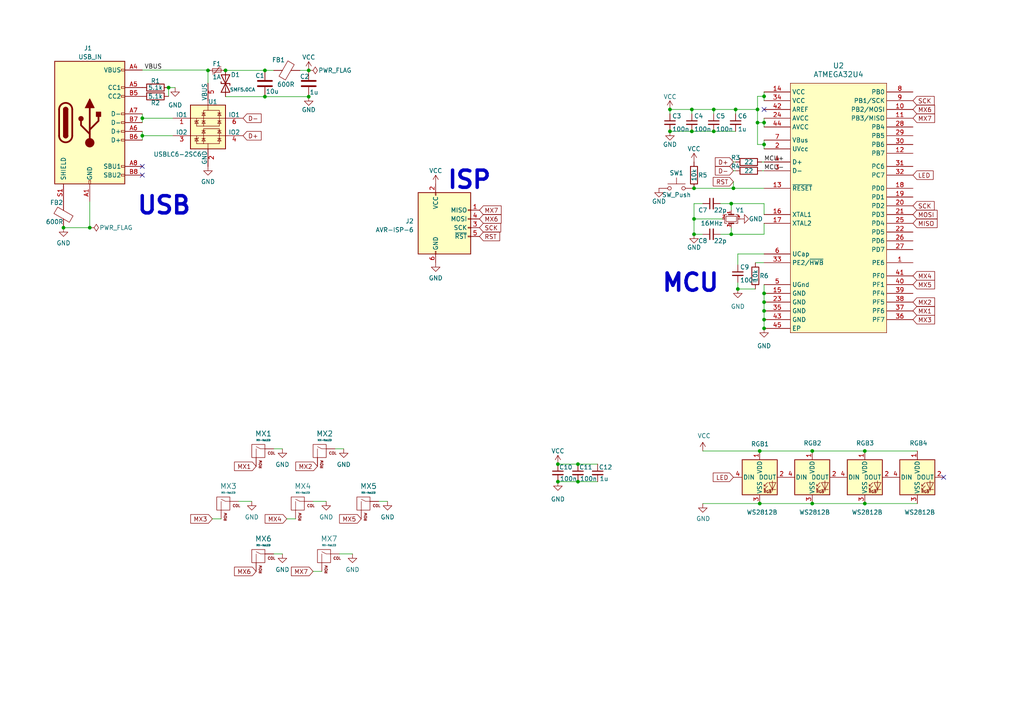
<source format=kicad_sch>
(kicad_sch (version 20211123) (generator eeschema)
  (paper "A4")
  (lib_symbols
    (symbol "0xcb:ATMEGA32U4"
      (property "Reference" "U" (at -17.78 30.48 0))
      (property "Value" "ATMEGA32U4" (at -5.08 30.48 0))
      (symbol "ATMEGA32U4_0_1"
        (rectangle (start 8.89 29.21) (end -19.05 -43.18) (fill (type background)))
      )
      (symbol "ATMEGA32U4_1_1"
        (pin bidirectional line (at 16.51 -22.86 180) (length 7.62) (name "PE6") (number "1"))
        (pin bidirectional line (at 16.51 21.59 180) (length 7.62) (name "PB2/MOSI") (number "10"))
        (pin bidirectional line (at 16.51 19.05 180) (length 7.62) (name "PB3/MISO") (number "11"))
        (pin bidirectional line (at 16.51 8.89 180) (length 7.62) (name "PB7") (number "12"))
        (pin input line (at -26.67 -1.27 0) (length 7.62) (name "~{RESET}") (number "13"))
        (pin power_in line (at -26.67 26.67 0) (length 7.62) (name "VCC") (number "14"))
        (pin power_in line (at -26.67 -31.75 0) (length 7.62) (name "GND") (number "15"))
        (pin input line (at -26.67 -8.89 0) (length 7.62) (name "XTAL1") (number "16"))
        (pin output line (at -26.67 -11.43 0) (length 7.62) (name "XTAL2") (number "17"))
        (pin bidirectional line (at 16.51 -1.27 180) (length 7.62) (name "PD0") (number "18"))
        (pin bidirectional line (at 16.51 -3.81 180) (length 7.62) (name "PD1") (number "19"))
        (pin power_in line (at -26.67 10.16 0) (length 7.62) (name "UVcc") (number "2"))
        (pin bidirectional line (at 16.51 -6.35 180) (length 7.62) (name "PD2") (number "20"))
        (pin bidirectional line (at 16.51 -8.89 180) (length 7.62) (name "PD3") (number "21"))
        (pin bidirectional line (at 16.51 -13.97 180) (length 7.62) (name "PD5") (number "22"))
        (pin power_in line (at -26.67 -34.29 0) (length 7.62) (name "GND") (number "23"))
        (pin power_in line (at -26.67 19.05 0) (length 7.62) (name "AVCC") (number "24"))
        (pin bidirectional line (at 16.51 -11.43 180) (length 7.62) (name "PD4") (number "25"))
        (pin bidirectional line (at 16.51 -16.51 180) (length 7.62) (name "PD6") (number "26"))
        (pin bidirectional line (at 16.51 -19.05 180) (length 7.62) (name "PD7") (number "27"))
        (pin bidirectional line (at 16.51 16.51 180) (length 7.62) (name "PB4") (number "28"))
        (pin bidirectional line (at 16.51 13.97 180) (length 7.62) (name "PB5") (number "29"))
        (pin bidirectional line (at -26.67 3.81 0) (length 7.62) (name "D-") (number "3"))
        (pin bidirectional line (at 16.51 11.43 180) (length 7.62) (name "PB6") (number "30"))
        (pin bidirectional line (at 16.51 5.08 180) (length 7.62) (name "PC6") (number "31"))
        (pin bidirectional line (at 16.51 2.54 180) (length 7.62) (name "PC7") (number "32"))
        (pin bidirectional line (at -26.67 -22.86 0) (length 7.62) (name "PE2/~{HWB}") (number "33"))
        (pin power_in line (at -26.67 24.13 0) (length 7.62) (name "VCC") (number "34"))
        (pin power_in line (at -26.67 -36.83 0) (length 7.62) (name "GND") (number "35"))
        (pin bidirectional line (at 16.51 -39.37 180) (length 7.62) (name "PF7") (number "36"))
        (pin bidirectional line (at 16.51 -36.83 180) (length 7.62) (name "PF6") (number "37"))
        (pin bidirectional line (at 16.51 -34.29 180) (length 7.62) (name "PF5") (number "38"))
        (pin bidirectional line (at 16.51 -31.75 180) (length 7.62) (name "PF4") (number "39"))
        (pin bidirectional line (at -26.67 6.35 0) (length 7.62) (name "D+") (number "4"))
        (pin bidirectional line (at 16.51 -29.21 180) (length 7.62) (name "PF1") (number "40"))
        (pin bidirectional line (at 16.51 -26.67 180) (length 7.62) (name "PF0") (number "41"))
        (pin input line (at -26.67 21.59 0) (length 7.62) (name "AREF") (number "42"))
        (pin power_in line (at -26.67 -39.37 0) (length 7.62) (name "GND") (number "43"))
        (pin power_in line (at -26.67 16.51 0) (length 7.62) (name "AVCC") (number "44"))
        (pin power_in line (at -26.67 -41.91 0) (length 7.62) (name "EP") (number "45"))
        (pin power_in line (at -26.67 -29.21 0) (length 7.62) (name "UGnd") (number "5"))
        (pin input line (at -26.67 -20.32 0) (length 7.62) (name "UCap") (number "6"))
        (pin input line (at -26.67 12.7 0) (length 7.62) (name "VBus") (number "7"))
        (pin bidirectional line (at 16.51 26.67 180) (length 7.62) (name "PB0") (number "8"))
        (pin bidirectional line (at 16.51 24.13 180) (length 7.62) (name "PB1/SCK") (number "9"))
      )
    )
    (symbol "0xcb:Ferrite_Bead" (pin_numbers hide) (pin_names (offset 0))
      (property "Reference" "FB" (at -2.54 1.27 0))
      (property "Value" "Ferrite_Bead" (at 0 3.81 0))
      (symbol "Ferrite_Bead_0_1"
        (polyline (pts (xy -1.27 0) (xy -1.2192 0)))
        (polyline (pts (xy 1.27 0) (xy 1.2954 0)))
        (polyline (pts (xy 0.4064 2.7686) (xy 2.2606 1.7018) (xy -0.3048 -2.7686) (xy -2.159 -1.6764) (xy 0.4064 2.7686)))
      )
      (symbol "Ferrite_Bead_1_1"
        (pin power_out line (at 3.81 0 180) (length 2.54) (name "~") (number "1"))
        (pin passive line (at -3.81 0 0) (length 2.54) (name "~") (number "2"))
      )
    )
    (symbol "0xcb:USBLC6-2SC6" (pin_names (offset 0))
      (property "Reference" "U" (at -7.62 8.89 0))
      (property "Value" "USBLC6-2SC6" (at 7.62 7.62 0))
      (symbol "USBLC6-2SC6_0_1"
        (rectangle (start -5.08 -6.35) (end 5.08 6.35) (stroke (width 0.254)) (fill (type background)))
        (polyline (pts (xy -5.08 -2.54) (xy 5.08 -2.54)))
        (polyline (pts (xy 5.08 2.54) (xy -5.08 2.54)))
      )
      (symbol "USBLC6-2SC6_1_1"
        (polyline (pts (xy 0 4.826) (xy 0 7.62)))
        (polyline (pts (xy -3.302 -4.826) (xy -1.27 -4.826) (xy -1.27 -4.826)))
        (polyline (pts (xy -3.302 -3.302) (xy -3.302 -2.54) (xy -3.302 -2.54)))
        (polyline (pts (xy -3.302 0.254) (xy -3.302 1.778) (xy -3.302 1.016)))
        (polyline (pts (xy -3.302 0.254) (xy -1.27 0.254) (xy -1.27 0.254)))
        (polyline (pts (xy -3.302 1.778) (xy -3.302 2.54) (xy -3.302 2.54)))
        (polyline (pts (xy -1.778 -3.302) (xy -1.27 -3.302) (xy -0.762 -3.302)))
        (polyline (pts (xy -1.778 -1.016) (xy -1.27 -1.016) (xy -0.762 -1.016)))
        (polyline (pts (xy -1.778 1.778) (xy -1.27 1.778) (xy -0.762 1.778)))
        (polyline (pts (xy -1.778 4.064) (xy -1.27 4.064) (xy -0.762 4.064)))
        (polyline (pts (xy -1.27 -4.826) (xy -1.27 -3.302) (xy -1.27 -4.064)))
        (polyline (pts (xy -1.27 -4.826) (xy 3.302 -4.826) (xy 3.302 -4.826)))
        (polyline (pts (xy -1.27 -1.016) (xy -1.27 -0.508) (xy -1.27 -0.508)))
        (polyline (pts (xy -1.27 -0.508) (xy 3.302 -0.508) (xy 3.302 -0.508)))
        (polyline (pts (xy -1.27 0.254) (xy -1.27 1.778) (xy -1.27 1.016)))
        (polyline (pts (xy -1.27 0.254) (xy 3.302 0.254) (xy 3.302 0.254)))
        (polyline (pts (xy 0 -6.35) (xy 0 -4.826) (xy 0 -4.826)))
        (polyline (pts (xy 2.794 -3.302) (xy 3.302 -3.302) (xy 3.81 -3.302)))
        (polyline (pts (xy 2.794 -1.016) (xy 3.302 -1.016) (xy 3.81 -1.016)))
        (polyline (pts (xy 2.794 1.778) (xy 3.302 1.778) (xy 3.81 1.778)))
        (polyline (pts (xy 2.794 4.064) (xy 3.302 4.064) (xy 3.81 4.064)))
        (polyline (pts (xy 3.302 -1.016) (xy 3.302 -0.508) (xy 3.302 -0.508)))
        (polyline (pts (xy -3.302 -4.826) (xy -3.302 -3.302) (xy -3.302 -4.064) (xy -3.302 -4.064)))
        (polyline (pts (xy 3.302 -4.826) (xy 3.302 -3.302) (xy 3.302 -4.064) (xy 3.302 -4.064)))
        (polyline (pts (xy 3.302 0.254) (xy 3.302 1.778) (xy 3.302 1.016) (xy 3.302 1.016)))
        (polyline (pts (xy -3.302 -3.302) (xy -3.81 -4.064) (xy -2.794 -4.064) (xy -3.302 -3.302) (xy -3.302 -3.302)))
        (polyline (pts (xy -3.302 1.778) (xy -3.81 1.016) (xy -2.794 1.016) (xy -3.302 1.778) (xy -3.302 1.778)))
        (polyline (pts (xy -2.794 -3.048) (xy -2.794 -3.302) (xy -3.81 -3.302) (xy -3.81 -3.556) (xy -3.81 -3.556)))
        (polyline (pts (xy -2.794 2.032) (xy -2.794 1.778) (xy -3.81 1.778) (xy -3.81 1.524) (xy -3.81 1.524)))
        (polyline (pts (xy -1.27 -3.302) (xy -1.778 -4.064) (xy -0.762 -4.064) (xy -1.27 -3.302) (xy -1.27 -3.302)))
        (polyline (pts (xy -1.27 -3.302) (xy -1.27 -1.016) (xy -1.27 -1.778) (xy -1.27 -1.778) (xy -1.27 -1.778)))
        (polyline (pts (xy -1.27 -1.016) (xy -1.778 -1.778) (xy -0.762 -1.778) (xy -1.27 -1.016) (xy -1.27 -1.016)))
        (polyline (pts (xy -1.27 1.778) (xy -1.778 1.016) (xy -0.762 1.016) (xy -1.27 1.778) (xy -1.27 1.778)))
        (polyline (pts (xy -1.27 1.778) (xy -1.27 4.064) (xy -1.27 3.302) (xy -1.27 3.302) (xy -1.27 3.302)))
        (polyline (pts (xy -1.27 4.064) (xy -1.778 3.302) (xy -0.762 3.302) (xy -1.27 4.064) (xy -1.27 4.064)))
        (polyline (pts (xy -1.27 4.064) (xy -1.27 4.826) (xy 3.302 4.826) (xy 3.302 4.064) (xy 3.302 4.064)))
        (polyline (pts (xy 3.302 -3.302) (xy 2.794 -4.064) (xy 3.81 -4.064) (xy 3.302 -3.302) (xy 3.302 -3.302)))
        (polyline (pts (xy 3.302 -3.302) (xy 3.302 -1.016) (xy 3.302 -1.778) (xy 3.302 -1.778) (xy 3.302 -1.778)))
        (polyline (pts (xy 3.302 -1.016) (xy 2.794 -1.778) (xy 3.81 -1.778) (xy 3.302 -1.016) (xy 3.302 -1.016)))
        (polyline (pts (xy 3.302 1.778) (xy 2.794 1.016) (xy 3.81 1.016) (xy 3.302 1.778) (xy 3.302 1.778)))
        (polyline (pts (xy 3.302 1.778) (xy 3.302 4.064) (xy 3.302 3.302) (xy 3.302 3.302) (xy 3.302 3.302)))
        (polyline (pts (xy 3.302 4.064) (xy 2.794 3.302) (xy 3.81 3.302) (xy 3.302 4.064) (xy 3.302 4.064)))
        (pin passive line (at -10.16 2.54 0) (length 5.08) (name "IO1") (number "1"))
        (pin passive line (at 0 -11.43 90) (length 5.08) (name "GND") (number "2"))
        (pin passive line (at -10.16 -2.54 0) (length 5.08) (name "IO2") (number "3"))
        (pin passive line (at 10.16 -2.54 180) (length 5.08) (name "IO2") (number "4"))
        (pin passive line (at 0 12.7 270) (length 5.08) (name "VBUS") (number "5"))
        (pin passive line (at 10.16 2.54 180) (length 5.08) (name "IO1") (number "6"))
      )
    )
    (symbol "Connector:AVR-ISP-6" (pin_names (offset 1.016))
      (property "Reference" "J" (at -6.35 11.43 0))
      (property "Value" "AVR-ISP-6" (at 0 11.43 0))
      (symbol "AVR-ISP-6_0_1"
        (rectangle (start -2.667 -6.858) (end -2.413 -7.62))
        (rectangle (start -2.667 10.16) (end -2.413 9.398))
        (rectangle (start 7.62 -2.413) (end 6.858 -2.667))
        (rectangle (start 7.62 0.127) (end 6.858 -0.127))
        (rectangle (start 7.62 2.667) (end 6.858 2.413))
        (rectangle (start 7.62 5.207) (end 6.858 4.953))
        (rectangle (start 7.62 10.16) (end -7.62 -7.62) (stroke (width 0.254)) (fill (type background)))
      )
      (symbol "AVR-ISP-6_1_1"
        (pin passive line (at 10.16 5.08 180) (length 2.54) (name "MISO") (number "1"))
        (pin passive line (at -2.54 12.7 270) (length 2.54) (name "VCC") (number "2"))
        (pin passive line (at 10.16 0 180) (length 2.54) (name "SCK") (number "3"))
        (pin passive line (at 10.16 2.54 180) (length 2.54) (name "MOSI") (number "4"))
        (pin passive line (at 10.16 -2.54 180) (length 2.54) (name "~{RST}") (number "5"))
        (pin passive line (at -2.54 -10.16 90) (length 2.54) (name "GND") (number "6"))
      )
    )
    (symbol "Connector:USB_C_Receptacle_USB2.0" (pin_names (offset 1.016))
      (property "Reference" "J" (at -10.16 19.05 0))
      (property "Value" "USB_C_Receptacle_USB2.0" (at 19.05 19.05 0))
      (symbol "USB_C_Receptacle_USB2.0_0_0"
        (rectangle (start -0.254 -17.78) (end 0.254 -16.764))
        (rectangle (start 10.16 -14.986) (end 9.144 -15.494))
        (rectangle (start 10.16 -12.446) (end 9.144 -12.954))
        (rectangle (start 10.16 -4.826) (end 9.144 -5.334))
        (rectangle (start 10.16 -2.286) (end 9.144 -2.794))
        (rectangle (start 10.16 0.254) (end 9.144 -0.254))
        (rectangle (start 10.16 2.794) (end 9.144 2.286))
        (rectangle (start 10.16 7.874) (end 9.144 7.366))
        (rectangle (start 10.16 10.414) (end 9.144 9.906))
        (rectangle (start 10.16 15.494) (end 9.144 14.986))
      )
      (symbol "USB_C_Receptacle_USB2.0_0_1"
        (rectangle (start -10.16 17.78) (end 10.16 -17.78) (stroke (width 0.254)) (fill (type background)))
        (arc (start -8.89 -3.81) (mid -6.985 -5.715) (end -5.08 -3.81) (stroke (width 0.508)))
        (arc (start -7.62 -3.81) (mid -6.985 -4.445) (end -6.35 -3.81) (stroke (width 0.254)))
        (arc (start -7.62 -3.81) (mid -6.985 -4.445) (end -6.35 -3.81) (stroke (width 0.254)) (fill (type outline)))
        (rectangle (start -7.62 -3.81) (end -6.35 3.81) (stroke (width 0.254)) (fill (type outline)))
        (arc (start -6.35 3.81) (mid -6.985 4.445) (end -7.62 3.81) (stroke (width 0.254)))
        (arc (start -6.35 3.81) (mid -6.985 4.445) (end -7.62 3.81) (stroke (width 0.254)) (fill (type outline)))
        (arc (start -5.08 3.81) (mid -6.985 5.715) (end -8.89 3.81) (stroke (width 0.508)))
        (circle (center -2.54 1.143) (radius 0.635) (stroke (width 0.254)) (fill (type outline)))
        (circle (center 0 -5.842) (radius 1.27) (fill (type outline)))
        (polyline (pts (xy -8.89 -3.81) (xy -8.89 3.81)) (stroke (width 0.508)))
        (polyline (pts (xy -5.08 3.81) (xy -5.08 -3.81)) (stroke (width 0.508)))
        (polyline (pts (xy 0 -5.842) (xy 0 4.318)) (stroke (width 0.508)))
        (polyline (pts (xy 0 -3.302) (xy -2.54 -0.762) (xy -2.54 0.508)) (stroke (width 0.508)))
        (polyline (pts (xy 0 -2.032) (xy 2.54 0.508) (xy 2.54 1.778)) (stroke (width 0.508)))
        (polyline (pts (xy -1.27 4.318) (xy 0 6.858) (xy 1.27 4.318) (xy -1.27 4.318)) (stroke (width 0.254)) (fill (type outline)))
        (rectangle (start 1.905 1.778) (end 3.175 3.048) (stroke (width 0.254)) (fill (type outline)))
      )
      (symbol "USB_C_Receptacle_USB2.0_1_1"
        (pin passive line (at 0 -22.86 90) (length 5.08) (name "GND") (number "A1"))
        (pin passive line (at 0 -22.86 90) (length 5.08) hide (name "GND") (number "A12"))
        (pin passive line (at 15.24 15.24 180) (length 5.08) (name "VBUS") (number "A4"))
        (pin bidirectional line (at 15.24 10.16 180) (length 5.08) (name "CC1") (number "A5"))
        (pin bidirectional line (at 15.24 -2.54 180) (length 5.08) (name "D+") (number "A6"))
        (pin bidirectional line (at 15.24 2.54 180) (length 5.08) (name "D-") (number "A7"))
        (pin bidirectional line (at 15.24 -12.7 180) (length 5.08) (name "SBU1") (number "A8"))
        (pin passive line (at 15.24 15.24 180) (length 5.08) hide (name "VBUS") (number "A9"))
        (pin passive line (at 0 -22.86 90) (length 5.08) hide (name "GND") (number "B1"))
        (pin passive line (at 0 -22.86 90) (length 5.08) hide (name "GND") (number "B12"))
        (pin passive line (at 15.24 15.24 180) (length 5.08) hide (name "VBUS") (number "B4"))
        (pin bidirectional line (at 15.24 7.62 180) (length 5.08) (name "CC2") (number "B5"))
        (pin bidirectional line (at 15.24 -5.08 180) (length 5.08) (name "D+") (number "B6"))
        (pin bidirectional line (at 15.24 0 180) (length 5.08) (name "D-") (number "B7"))
        (pin bidirectional line (at 15.24 -15.24 180) (length 5.08) (name "SBU2") (number "B8"))
        (pin passive line (at 15.24 15.24 180) (length 5.08) hide (name "VBUS") (number "B9"))
        (pin passive line (at -7.62 -22.86 90) (length 5.08) (name "SHIELD") (number "S1"))
      )
    )
    (symbol "Device:C" (pin_numbers hide) (pin_names (offset 0.254))
      (property "Reference" "C" (at 0.635 2.54 0))
      (property "Value" "C" (at 0.635 -2.54 0))
      (symbol "C_0_1"
        (polyline (pts (xy -2.032 -0.762) (xy 2.032 -0.762)) (stroke (width 0.508)))
        (polyline (pts (xy -2.032 0.762) (xy 2.032 0.762)) (stroke (width 0.508)))
      )
      (symbol "C_1_1"
        (pin passive line (at 0 3.81 270) (length 2.794) (name "~") (number "1"))
        (pin passive line (at 0 -3.81 90) (length 2.794) (name "~") (number "2"))
      )
    )
    (symbol "Device:C_Small" (pin_numbers hide) (pin_names (offset 0.254) hide)
      (property "Reference" "C" (at 0.254 1.778 0))
      (property "Value" "C_Small" (at 0.254 -2.032 0))
      (symbol "C_Small_0_1"
        (polyline (pts (xy -1.524 -0.508) (xy 1.524 -0.508)) (stroke (width 0.3302)))
        (polyline (pts (xy -1.524 0.508) (xy 1.524 0.508)) (stroke (width 0.3048)))
      )
      (symbol "C_Small_1_1"
        (pin passive line (at 0 2.54 270) (length 2.032) (name "~") (number "1"))
        (pin passive line (at 0 -2.54 90) (length 2.032) (name "~") (number "2"))
      )
    )
    (symbol "Device:Crystal_GND24_Small" (pin_names (offset 1.016) hide)
      (property "Reference" "Y" (at 1.27 4.445 0))
      (property "Value" "Crystal_GND24_Small" (at 1.27 2.54 0))
      (symbol "Crystal_GND24_Small_0_1"
        (rectangle (start -0.762 -1.524) (end 0.762 1.524))
        (polyline (pts (xy -1.27 -0.762) (xy -1.27 0.762)) (stroke (width 0.381)))
        (polyline (pts (xy 1.27 -0.762) (xy 1.27 0.762)) (stroke (width 0.381)))
        (polyline (pts (xy -1.27 -1.27) (xy -1.27 -1.905) (xy 1.27 -1.905) (xy 1.27 -1.27)))
        (polyline (pts (xy -1.27 1.27) (xy -1.27 1.905) (xy 1.27 1.905) (xy 1.27 1.27)))
      )
      (symbol "Crystal_GND24_Small_1_1"
        (pin passive line (at -2.54 0 0) (length 1.27) (name "1") (number "1"))
        (pin passive line (at 0 -2.54 90) (length 0.635) (name "2") (number "2"))
        (pin passive line (at 2.54 0 180) (length 1.27) (name "3") (number "3"))
        (pin passive line (at 0 2.54 270) (length 0.635) (name "4") (number "4"))
      )
    )
    (symbol "Device:D_TVS" (pin_numbers hide) (pin_names (offset 1.016) hide)
      (property "Reference" "D" (at 0 2.54 0))
      (property "Value" "D_TVS" (at 0 -2.54 0))
      (symbol "D_TVS_0_1"
        (polyline (pts (xy 1.27 0) (xy -1.27 0)))
        (polyline (pts (xy 0.508 1.27) (xy 0 1.27) (xy 0 -1.27) (xy -0.508 -1.27)) (stroke (width 0.254)))
        (polyline (pts (xy -2.54 1.27) (xy -2.54 -1.27) (xy 2.54 1.27) (xy 2.54 -1.27) (xy -2.54 1.27)) (stroke (width 0.254)))
      )
      (symbol "D_TVS_1_1"
        (pin passive line (at -3.81 0 0) (length 2.54) (name "A1") (number "1"))
        (pin passive line (at 3.81 0 180) (length 2.54) (name "A2") (number "2"))
      )
    )
    (symbol "Device:FerriteBead" (pin_numbers hide) (pin_names (offset 0))
      (property "Reference" "FB" (at -3.81 0.635 90))
      (property "Value" "FerriteBead" (at 3.81 0 90))
      (symbol "FerriteBead_0_1"
        (polyline (pts (xy 0 -1.27) (xy 0 -1.2192)))
        (polyline (pts (xy 0 1.27) (xy 0 1.2954)))
        (polyline (pts (xy -2.7686 0.4064) (xy -1.7018 2.2606) (xy 2.7686 -0.3048) (xy 1.6764 -2.159) (xy -2.7686 0.4064)))
      )
      (symbol "FerriteBead_1_1"
        (pin passive line (at 0 3.81 270) (length 2.54) (name "~") (number "1"))
        (pin passive line (at 0 -3.81 90) (length 2.54) (name "~") (number "2"))
      )
    )
    (symbol "Device:Polyfuse_Small" (pin_numbers hide) (pin_names (offset 0))
      (property "Reference" "F" (at -1.905 0 90))
      (property "Value" "Polyfuse_Small" (at 1.905 0 90))
      (symbol "Polyfuse_Small_0_1"
        (rectangle (start -0.508 1.27) (end 0.508 -1.27))
        (polyline (pts (xy 0 2.54) (xy 0 -2.54)))
        (polyline (pts (xy -1.016 1.27) (xy -1.016 0.762) (xy 1.016 -0.762) (xy 1.016 -1.27)))
      )
      (symbol "Polyfuse_Small_1_1"
        (pin passive line (at 0 2.54 270) (length 0.635) (name "~") (number "1"))
        (pin passive line (at 0 -2.54 90) (length 0.635) (name "~") (number "2"))
      )
    )
    (symbol "Device:R" (pin_numbers hide) (pin_names (offset 0))
      (property "Reference" "R" (at 2.032 0 90))
      (property "Value" "R" (at 0 0 90))
      (symbol "R_0_1"
        (rectangle (start -1.016 -2.54) (end 1.016 2.54) (stroke (width 0.254)))
      )
      (symbol "R_1_1"
        (pin passive line (at 0 3.81 270) (length 1.27) (name "~") (number "1"))
        (pin passive line (at 0 -3.81 90) (length 1.27) (name "~") (number "2"))
      )
    )
    (symbol "LED:WS2812B" (pin_names (offset 0.254))
      (property "Reference" "D" (at 5.08 5.715 0))
      (property "Value" "WS2812B" (at 1.27 -5.715 0))
      (symbol "WS2812B_0_0"
        (text "RGB" (at 2.286 -4.191 0) (effects (font (size 0.762 0.762))))
      )
      (symbol "WS2812B_0_1"
        (polyline (pts (xy 1.27 -3.556) (xy 1.778 -3.556)))
        (polyline (pts (xy 1.27 -2.54) (xy 1.778 -2.54)))
        (polyline (pts (xy 4.699 -3.556) (xy 2.667 -3.556)))
        (polyline (pts (xy 2.286 -2.54) (xy 1.27 -3.556) (xy 1.27 -3.048)))
        (polyline (pts (xy 2.286 -1.524) (xy 1.27 -2.54) (xy 1.27 -2.032)))
        (polyline (pts (xy 3.683 -1.016) (xy 3.683 -3.556) (xy 3.683 -4.064)))
        (polyline (pts (xy 4.699 -1.524) (xy 2.667 -1.524) (xy 3.683 -3.556) (xy 4.699 -1.524)))
        (rectangle (start 5.08 5.08) (end -5.08 -5.08) (stroke (width 0.254)) (fill (type background)))
      )
      (symbol "WS2812B_1_1"
        (pin power_in line (at 0 7.62 270) (length 2.54) (name "VDD") (number "1"))
        (pin output line (at 7.62 0 180) (length 2.54) (name "DOUT") (number "2"))
        (pin power_in line (at 0 -7.62 90) (length 2.54) (name "VSS") (number "3"))
        (pin input line (at -7.62 0 0) (length 2.54) (name "DIN") (number "4"))
      )
    )
    (symbol "MX_Alps_Hybrid:MX-NoLED" (pin_names (offset 1.016))
      (property "Reference" "MX" (at -0.635 3.81 0))
      (property "Value" "MX_Alps_Hybrid_MX-NoLED" (at -0.635 1.27 0))
      (symbol "MX-NoLED_0_0"
        (rectangle (start -2.54 2.54) (end 1.27 -1.27))
        (polyline (pts (xy -1.27 -1.27) (xy -1.27 1.27)) (stroke (width 0.127)))
        (polyline (pts (xy 1.27 1.27) (xy 0 1.27) (xy -1.27 1.905)) (stroke (width 0.127)))
        (text "COL" (at 3.175 0 0) (effects (font (size 0.762 0.762))))
        (text "ROW" (at 0 -1.905 900) (effects (font (size 0.762 0.762)) (justify right)))
      )
      (symbol "MX-NoLED_1_1"
        (pin passive line (at 3.81 1.27 180) (length 2.54) (name "COL") (number "1"))
        (pin passive line (at -1.27 -3.81 90) (length 2.54) (name "ROW") (number "2"))
      )
    )
    (symbol "Switch:SW_Push" (pin_numbers hide) (pin_names (offset 1.016) hide)
      (property "Reference" "SW" (at 1.27 2.54 0))
      (property "Value" "SW_Push" (at 0 -1.524 0))
      (symbol "SW_Push_0_1"
        (circle (center -2.032 0) (radius 0.508))
        (polyline (pts (xy 0 1.27) (xy 0 3.048)))
        (polyline (pts (xy 2.54 1.27) (xy -2.54 1.27)))
        (circle (center 2.032 0) (radius 0.508))
        (pin passive line (at -5.08 0 0) (length 2.54) (name "1") (number "1"))
        (pin passive line (at 5.08 0 180) (length 2.54) (name "2") (number "2"))
      )
    )
    (symbol "power:GND" (power) (pin_names (offset 0))
      (property "Value" "GND" (at 0 -3.81 0))
      (symbol "GND_0_1"
        (polyline (pts (xy 0 0) (xy 0 -1.27) (xy 1.27 -1.27) (xy 0 -2.54) (xy -1.27 -1.27) (xy 0 -1.27)))
      )
      (symbol "GND_1_1"
        (pin power_in line (at 0 0 270) (length 0) hide (name "GND") (number "1"))
      )
    )
    (symbol "power:PWR_FLAG" (power) (pin_numbers hide) (pin_names (offset 0) hide)
      (property "Value" "PWR_FLAG" (at 0 3.81 0))
      (symbol "PWR_FLAG_0_0"
        (pin power_out line (at 0 0 90) (length 0) (name "pwr") (number "1"))
      )
      (symbol "PWR_FLAG_0_1"
        (polyline (pts (xy 0 0) (xy 0 1.27) (xy -1.016 1.905) (xy 0 2.54) (xy 1.016 1.905) (xy 0 1.27)))
      )
    )
    (symbol "power:VCC" (power) (pin_names (offset 0))
      (property "Value" "VCC" (at 0 3.81 0))
      (symbol "VCC_0_1"
        (polyline (pts (xy -0.762 1.27) (xy 0 2.54)))
        (polyline (pts (xy 0 0) (xy 0 2.54)))
        (polyline (pts (xy 0 2.54) (xy 0.762 1.27)))
      )
      (symbol "VCC_1_1"
        (pin power_in line (at 0 0 90) (length 0) hide (name "VCC") (number "1"))
      )
    )
  )
  (junction (at 18.415 66.04))
  (junction (at 201.295 54.61) (diameter 0.9144))
  (junction (at 221.615 85.09) (diameter 0.9144))
  (junction (at 200.66 38.1) (diameter 0.9144))
  (junction (at 213.995 83.82) (diameter 0.9144))
  (junction (at 76.835 20.4208))
  (junction (at 212.725 54.61) (diameter 0.9144))
  (junction (at 167.6284 134.62))
  (junction (at 161.8119 139.7))
  (junction (at 41.275 39.37) (diameter 0.9144))
  (junction (at 89.535 20.4208))
  (junction (at 219.71 35.56) (diameter 0.9144))
  (junction (at 221.615 27.94) (diameter 0.9144))
  (junction (at 212.09 67.945) (diameter 0.9144))
  (junction (at 221.615 95.25) (diameter 0.9144))
  (junction (at 207.01 31.75) (diameter 0.9144))
  (junction (at 213.36 31.75) (diameter 0.9144))
  (junction (at 194.31 38.1))
  (junction (at 221.615 87.63) (diameter 0.9144))
  (junction (at 250.825 130.81))
  (junction (at 201.295 63.5) (diameter 0.9144))
  (junction (at 220.345 130.81))
  (junction (at 250.825 146.05))
  (junction (at 235.585 130.81))
  (junction (at 207.01 38.1) (diameter 0.9144))
  (junction (at 41.275 34.29) (diameter 0.9144))
  (junction (at 89.535 28.0408))
  (junction (at 212.09 59.055) (diameter 0.9144))
  (junction (at 200.66 31.75) (diameter 0.9144))
  (junction (at 167.6284 139.7))
  (junction (at 219.71 31.75) (diameter 0.9144))
  (junction (at 60.325 20.4208))
  (junction (at 220.345 146.05))
  (junction (at 221.615 35.56) (diameter 0.9144))
  (junction (at 194.31 31.75))
  (junction (at 201.295 67.945) (diameter 0.9144))
  (junction (at 221.615 41.91) (diameter 0.9144))
  (junction (at 161.8119 134.62))
  (junction (at 65.405 20.4208))
  (junction (at 76.835 28.0408))
  (junction (at 48.895 25.4) (diameter 0.9144))
  (junction (at 221.615 92.71) (diameter 0.9144))
  (junction (at 26.035 66.04))
  (junction (at 221.615 90.17) (diameter 0.9144))
  (junction (at 235.585 146.05))
  (no_connect (at 221.615 31.75))
  (no_connect (at 41.275 48.26))
  (no_connect (at 41.275 50.8))
  (no_connect (at 273.685 138.43))
  (wire (pts (xy 220.98 49.53) (xy 221.615 49.53)))
  (wire (pts (xy 167.6284 134.62) (xy 173.355 134.62)))
  (wire (pts (xy 69.215 145.415) (xy 73.025 145.415)))
  (wire (pts (xy 98.425 160.655) (xy 102.235 160.655)))
  (wire (pts (xy 41.275 39.37) (xy 41.275 40.64)))
  (wire (pts (xy 220.98 46.99) (xy 221.615 46.99)))
  (wire (pts (xy 220.345 146.05) (xy 235.585 146.05)))
  (wire (pts (xy 219.71 31.75) (xy 219.71 35.56)))
  (wire (pts (xy 194.31 38.1) (xy 200.66 38.1)))
  (wire (pts (xy 221.615 87.63) (xy 221.615 90.17)))
  (wire (pts (xy 83.185 150.495) (xy 85.725 150.495)))
  (wire (pts (xy 219.71 31.75) (xy 219.71 27.94)))
  (wire (pts (xy 65.405 20.4208) (xy 76.835 20.4208)))
  (wire (pts (xy 221.615 27.94) (xy 221.615 29.21)))
  (wire (pts (xy 90.805 165.735) (xy 93.345 165.735)))
  (wire (pts (xy 212.09 67.945) (xy 208.915 67.945)))
  (wire (pts (xy 200.66 38.1) (xy 207.01 38.1)))
  (wire (pts (xy 221.615 85.09) (xy 221.615 87.63)))
  (wire (pts (xy 60.325 24.13) (xy 60.325 20.4208)))
  (wire (pts (xy 203.835 146.05) (xy 220.345 146.05)))
  (wire (pts (xy 212.725 54.61) (xy 221.615 54.61)))
  (wire (pts (xy 60.325 20.4208) (xy 60.325 20.32)))
  (wire (pts (xy 201.295 59.055) (xy 201.295 63.5)))
  (wire (pts (xy 212.725 46.99) (xy 213.36 46.99)))
  (wire (pts (xy 221.615 64.77) (xy 221.615 67.945)))
  (wire (pts (xy 194.31 31.75) (xy 200.66 31.75)))
  (wire (pts (xy 221.615 92.71) (xy 221.615 95.25)))
  (wire (pts (xy 97.155 130.175) (xy 99.695 130.175)))
  (wire (pts (xy 213.995 76.835) (xy 213.995 73.66)))
  (wire (pts (xy 48.895 25.4) (xy 48.895 27.94)))
  (wire (pts (xy 201.295 63.5) (xy 209.55 63.5)))
  (wire (pts (xy 201.295 63.5) (xy 201.295 67.945)))
  (wire (pts (xy 219.71 35.56) (xy 219.71 41.91)))
  (wire (pts (xy 90.805 145.415) (xy 94.615 145.415)))
  (wire (pts (xy 212.725 49.53) (xy 213.36 49.53)))
  (wire (pts (xy 221.615 62.23) (xy 221.615 59.055)))
  (wire (pts (xy 61.595 150.495) (xy 64.135 150.495)))
  (wire (pts (xy 221.615 67.945) (xy 212.09 67.945)))
  (wire (pts (xy 208.915 59.055) (xy 212.09 59.055)))
  (wire (pts (xy 221.615 90.17) (xy 221.615 92.71)))
  (wire (pts (xy 213.995 73.66) (xy 221.615 73.66)))
  (wire (pts (xy 221.615 82.55) (xy 221.615 85.09)))
  (wire (pts (xy 79.375 130.175) (xy 81.915 130.175)))
  (wire (pts (xy 201.295 59.055) (xy 203.835 59.055)))
  (wire (pts (xy 213.995 83.82) (xy 219.075 83.82)))
  (wire (pts (xy 26.035 58.42) (xy 26.035 66.04)))
  (wire (pts (xy 41.275 34.29) (xy 50.165 34.29)))
  (wire (pts (xy 79.375 160.655) (xy 81.915 160.655)))
  (wire (pts (xy 41.275 33.02) (xy 41.275 34.29)))
  (wire (pts (xy 235.585 146.05) (xy 250.825 146.05)))
  (wire (pts (xy 109.855 145.415) (xy 112.395 145.415)))
  (wire (pts (xy 161.8119 139.7) (xy 167.6284 139.7)))
  (wire (pts (xy 207.01 31.75) (xy 207.01 33.02)))
  (wire (pts (xy 41.275 38.1) (xy 41.275 39.37)))
  (wire (pts (xy 207.01 38.1) (xy 213.36 38.1)))
  (wire (pts (xy 201.295 54.61) (xy 212.725 54.61)))
  (wire (pts (xy 203.835 130.81) (xy 220.345 130.81)))
  (wire (pts (xy 86.995 20.4208) (xy 89.535 20.4208)))
  (wire (pts (xy 221.615 41.91) (xy 221.615 43.18)))
  (wire (pts (xy 221.615 35.56) (xy 221.615 36.83)))
  (wire (pts (xy 65.405 28.0408) (xy 76.835 28.0408)))
  (wire (pts (xy 212.09 59.055) (xy 212.09 60.96)))
  (wire (pts (xy 212.725 52.705) (xy 212.725 54.61)))
  (wire (pts (xy 221.615 35.56) (xy 219.71 35.56)))
  (wire (pts (xy 167.6284 139.7) (xy 173.355 139.7)))
  (wire (pts (xy 161.8119 134.62) (xy 167.6284 134.62)))
  (wire (pts (xy 41.275 20.32) (xy 60.325 20.32)))
  (wire (pts (xy 219.075 76.2) (xy 221.615 76.2)))
  (wire (pts (xy 266.065 146.05) (xy 250.825 146.05)))
  (wire (pts (xy 221.615 40.64) (xy 221.615 41.91)))
  (wire (pts (xy 200.66 31.75) (xy 200.66 33.02)))
  (wire (pts (xy 221.615 59.055) (xy 212.09 59.055)))
  (wire (pts (xy 207.01 31.75) (xy 213.36 31.75)))
  (wire (pts (xy 250.825 130.81) (xy 266.065 130.81)))
  (wire (pts (xy 213.995 81.915) (xy 213.995 83.82)))
  (wire (pts (xy 221.615 26.67) (xy 221.615 27.94)))
  (wire (pts (xy 212.09 66.04) (xy 212.09 67.945)))
  (wire (pts (xy 221.615 35.56) (xy 221.615 34.29)))
  (wire (pts (xy 194.31 33.02) (xy 194.31 31.75)))
  (wire (pts (xy 41.275 39.37) (xy 50.165 39.37)))
  (wire (pts (xy 220.345 130.81) (xy 235.585 130.81)))
  (wire (pts (xy 213.36 31.75) (xy 213.36 33.02)))
  (wire (pts (xy 235.585 130.81) (xy 250.825 130.81)))
  (wire (pts (xy 213.36 31.75) (xy 219.71 31.75)))
  (wire (pts (xy 219.71 41.91) (xy 221.615 41.91)))
  (wire (pts (xy 219.71 27.94) (xy 221.615 27.94)))
  (wire (pts (xy 200.66 31.75) (xy 207.01 31.75)))
  (wire (pts (xy 48.895 25.4) (xy 50.8 25.4)))
  (wire (pts (xy 76.835 28.0408) (xy 89.535 28.0408)))
  (wire (pts (xy 41.275 34.29) (xy 41.275 35.56)))
  (wire (pts (xy 201.295 67.945) (xy 203.835 67.945)))
  (wire (pts (xy 26.035 66.04) (xy 18.415 66.04)))
  (wire (pts (xy 79.375 20.4208) (xy 76.835 20.4208)))
  (text "USB\n" (at 55.7276 62.6618 180) (effects (font (size 5 5) (thickness 1) bold) (justify right bottom)))
  (text "ISP\n" (at 142.875 55.245 180) (effects (font (size 5 5) (thickness 1) bold) (justify right bottom)))
  (text "MCU\n" (at 208.915 85.09 180) (effects (font (size 5 5) (thickness 1) bold) (justify right bottom)))
  (label "MCU-" (at 221.615 49.53 0))
  (label "VBUS" (at 46.99 20.32 180))
  (label "MCU+" (at 221.615 46.99 0))
  (global_label "MX7" (shape input) (at 139.065 60.96 0) (property "Intersheet References" "${INTERSHEET_REFS}" (effects hide)))
  (global_label "MX3" (shape input) (at 61.595 150.495 180) (property "Intersheet References" "${INTERSHEET_REFS}" (effects hide)))
  (global_label "MX7" (shape input) (at 90.805 165.735 180) (property "Intersheet References" "${INTERSHEET_REFS}" (effects hide)))
  (global_label "MX6" (shape input) (at 139.065 63.5 0) (property "Intersheet References" "${INTERSHEET_REFS}" (effects hide)))
  (global_label "D-" (shape input) (at 70.485 34.29 0) (property "Intersheet References" "${INTERSHEET_REFS}" (effects hide)))
  (global_label "RST" (shape input) (at 212.725 52.705 180) (property "Intersheet References" "${INTERSHEET_REFS}" (effects hide)))
  (global_label "MX6" (shape input) (at 264.795 31.75 0) (property "Intersheet References" "${INTERSHEET_REFS}" (effects hide)))
  (global_label "D-" (shape input) (at 212.725 49.53 180) (property "Intersheet References" "${INTERSHEET_REFS}" (effects hide)))
  (global_label "SCK" (shape input) (at 264.795 29.21 0) (property "Intersheet References" "${INTERSHEET_REFS}" (effects hide)))
  (global_label "D+" (shape input) (at 212.725 46.99 180) (property "Intersheet References" "${INTERSHEET_REFS}" (effects hide)))
  (global_label "MX3" (shape input) (at 264.795 92.71 0) (property "Intersheet References" "${INTERSHEET_REFS}" (effects hide)))
  (global_label "MX2" (shape input) (at 264.795 87.63 0) (property "Intersheet References" "${INTERSHEET_REFS}" (effects hide)))
  (global_label "LED" (shape input) (at 212.725 138.43 180) (property "Intersheet References" "${INTERSHEET_REFS}" (effects hide)))
  (global_label "MX6" (shape input) (at 74.295 165.735 180) (property "Intersheet References" "${INTERSHEET_REFS}" (effects hide)))
  (global_label "MX2" (shape input) (at 92.075 135.255 180) (property "Intersheet References" "${INTERSHEET_REFS}" (effects hide)))
  (global_label "LED" (shape input) (at 264.795 50.8 0) (property "Intersheet References" "${INTERSHEET_REFS}" (effects hide)))
  (global_label "MISO" (shape input) (at 264.795 64.77 0) (property "Intersheet References" "${INTERSHEET_REFS}" (effects hide)))
  (global_label "MX4" (shape input) (at 264.795 80.01 0) (property "Intersheet References" "${INTERSHEET_REFS}" (effects hide)))
  (global_label "MX5" (shape input) (at 264.795 82.55 0) (property "Intersheet References" "${INTERSHEET_REFS}" (effects hide)))
  (global_label "MX5" (shape input) (at 104.775 150.495 180) (property "Intersheet References" "${INTERSHEET_REFS}" (effects hide)))
  (global_label "MOSI" (shape input) (at 264.795 62.23 0) (property "Intersheet References" "${INTERSHEET_REFS}" (effects hide)))
  (global_label "MX1" (shape input) (at 264.795 90.17 0) (property "Intersheet References" "${INTERSHEET_REFS}" (effects hide)))
  (global_label "SCK" (shape input) (at 264.795 59.69 0) (property "Intersheet References" "${INTERSHEET_REFS}" (effects hide)))
  (global_label "MX4" (shape input) (at 83.185 150.495 180) (property "Intersheet References" "${INTERSHEET_REFS}" (effects hide)))
  (global_label "MX7" (shape input) (at 264.795 34.29 0) (property "Intersheet References" "${INTERSHEET_REFS}" (effects hide)))
  (global_label "RST" (shape input) (at 139.065 68.58 0) (property "Intersheet References" "${INTERSHEET_REFS}" (effects hide)))
  (global_label "MX1" (shape input) (at 74.295 135.255 180) (property "Intersheet References" "${INTERSHEET_REFS}" (effects hide)))
  (global_label "D+" (shape input) (at 70.485 39.37 0) (property "Intersheet References" "${INTERSHEET_REFS}" (effects hide)))
  (global_label "SCK" (shape input) (at 139.065 66.04 0) (property "Intersheet References" "${INTERSHEET_REFS}" (effects hide)))
  (symbol (lib_id "MX_Alps_Hybrid:MX-NoLED") (at 75.565 131.445 0) (unit 1)
    (property "Reference" "MX1" (at 76.4032 125.7808 0) (effects (font (size 1.524 1.524))))
    (property "Value" "MX-NoLED" (at 76.4032 127.6604 0) (effects (font (size 0.508 0.508))))
    (property "Footprint" "0xcb:SW_Cherry_MX_PCB_1.00u" (effects hide))
  )
  (symbol (lib_id "MX_Alps_Hybrid:MX-NoLED") (at 93.345 131.445 0) (unit 1)
    (property "Reference" "MX2" (at 94.1832 125.7808 0) (effects (font (size 1.524 1.524))))
    (property "Value" "MX-NoLED" (at 94.1832 127.6604 0) (effects (font (size 0.508 0.508))))
    (property "Footprint" "0xcb:SW_Cherry_MX_PCB_1.00u" (effects hide))
  )
  (symbol (lib_id "MX_Alps_Hybrid:MX-NoLED") (at 65.405 146.685 0) (unit 1)
    (property "Reference" "MX3" (at 66.2432 141.0208 0) (effects (font (size 1.524 1.524))))
    (property "Value" "MX-NoLED" (at 66.2432 142.9004 0) (effects (font (size 0.508 0.508))))
    (property "Footprint" "0xcb:SW_Cherry_MX_PCB_1.00u" (effects hide))
  )
  (symbol (lib_id "MX_Alps_Hybrid:MX-NoLED") (at 86.995 146.685 0) (unit 1)
    (property "Reference" "MX4" (at 87.8332 141.0208 0) (effects (font (size 1.524 1.524))))
    (property "Value" "MX-NoLED" (at 87.8332 142.9004 0) (effects (font (size 0.508 0.508))))
    (property "Footprint" "0xcb:SW_Cherry_MX_PCB_1.00u" (effects hide))
  )
  (symbol (lib_id "MX_Alps_Hybrid:MX-NoLED") (at 106.045 146.685 0) (unit 1)
    (property "Reference" "MX5" (at 106.8832 141.0208 0) (effects (font (size 1.524 1.524))))
    (property "Value" "MX-NoLED" (at 106.8832 142.9004 0) (effects (font (size 0.508 0.508))))
    (property "Footprint" "0xcb:SW_Cherry_MX_PCB_1.00u" (effects hide))
  )
  (symbol (lib_id "MX_Alps_Hybrid:MX-NoLED") (at 75.565 161.925 0) (unit 1)
    (property "Reference" "MX6" (at 76.4032 156.2608 0) (effects (font (size 1.524 1.524))))
    (property "Value" "MX-NoLED" (at 76.4032 158.1404 0) (effects (font (size 0.508 0.508))))
    (property "Footprint" "0xcb:SW_Cherry_MX_PCB_1.00u" (effects hide))
  )
  (symbol (lib_id "MX_Alps_Hybrid:MX-NoLED") (at 94.615 161.925 0) (unit 1)
    (property "Reference" "MX7" (at 95.4532 156.2608 0) (effects (font (size 1.524 1.524))))
    (property "Value" "MX-NoLED" (at 95.4532 158.1404 0) (effects (font (size 0.508 0.508))))
    (property "Footprint" "0xcb:SW_Cherry_MX_PCB_1.00u" (effects hide))
  )
  (symbol (lib_id "LED:WS2812B") (at 220.345 138.43 0) (unit 1)
    (property "Reference" "RGB1" (at 217.805 128.778 0) (effects (justify left)))
    (property "Value" "WS2812B" (at 216.535 148.59 0) (effects (justify left)))
    (property "Footprint" "LED_SMD:LED_WS2812B_PLCC4_5.0x5.0mm_P3.2mm" (effects hide))
    (property "Datasheet" "https://cdn-shop.adafruit.com/datasheets/WS2812B.pdf" (effects hide))
  )
  (symbol (lib_id "LED:WS2812B") (at 235.585 138.43 0) (unit 1)
    (property "Reference" "RGB2" (at 233.045 128.524 0) (effects (justify left)))
    (property "Value" "WS2812B" (at 231.775 148.59 0) (effects (justify left)))
    (property "Footprint" "LED_SMD:LED_WS2812B_PLCC4_5.0x5.0mm_P3.2mm" (effects hide))
    (property "Datasheet" "https://cdn-shop.adafruit.com/datasheets/WS2812B.pdf" (effects hide))
  )
  (symbol (lib_id "LED:WS2812B") (at 250.825 138.43 0) (unit 1)
    (property "Reference" "RGB3" (at 248.285 128.524 0) (effects (justify left)))
    (property "Value" "WS2812B" (at 247.015 148.59 0) (effects (justify left)))
    (property "Footprint" "LED_SMD:LED_WS2812B_PLCC4_5.0x5.0mm_P3.2mm" (effects hide))
    (property "Datasheet" "https://cdn-shop.adafruit.com/datasheets/WS2812B.pdf" (effects hide))
  )
  (symbol (lib_id "power:GND") (at 203.835 146.05 0) (unit 1)
    (property "Reference" "#PWR024" (effects hide))
    (property "Value" "GND" (at 203.962 150.4442 0))
  )
  (symbol (lib_id "power:VCC") (at 203.835 130.81 0) (unit 1)
    (property "Reference" "#PWR018" (effects hide))
    (property "Value" "VCC" (at 204.216 126.4158 0))
  )
  (symbol (lib_id "LED:WS2812B") (at 266.065 138.43 0) (unit 1)
    (property "Reference" "RGB4" (at 263.779 128.524 0) (effects (justify left)))
    (property "Value" "WS2812B" (at 262.255 148.59 0) (effects (justify left)))
    (property "Footprint" "LED_SMD:LED_WS2812B_PLCC4_5.0x5.0mm_P3.2mm" (effects hide))
    (property "Datasheet" "https://cdn-shop.adafruit.com/datasheets/WS2812B.pdf" (effects hide))
  )
  (symbol (lib_id "Device:C") (at 89.535 24.2308 0) (unit 1)
    (property "Reference" "C2" (at 86.995 22.1987 0) (effects (justify left)))
    (property "Value" "1u" (at 89.789 26.7707 0) (effects (justify left)))
    (property "Footprint" "Capacitor_SMD:C_0603_1608Metric" (effects hide))
  )
  (symbol (lib_id "power:GND") (at 214.63 63.5 90) (unit 1)
    (property "Reference" "#PWR010" (effects hide))
    (property "Value" "GND" (at 217.17 63.4999 90) (effects (justify right)))
  )
  (symbol (lib_id "power:GND") (at 221.615 95.25 0) (unit 1)
    (property "Reference" "#PWR015" (effects hide))
    (property "Value" "GND" (at 221.615 100.33 0))
  )
  (symbol (lib_id "Device:C_Small") (at 167.6284 137.16 0) (unit 1)
    (property "Reference" "C11" (at 167.9586 135.509 0) (effects (justify left)))
    (property "Value" "100n" (at 168.1872 138.8618 0) (effects (justify left)))
    (property "Footprint" "Capacitor_SMD:C_0603_1608Metric" (effects hide))
    (property "Alt Part Nb." "C91183" (effects hide))
    (property "Part Nb." "478-5266-1-ND" (effects hide))
  )
  (symbol (lib_id "power:GND") (at 213.995 83.82 0) (unit 1)
    (property "Reference" "#PWR014" (effects hide))
    (property "Value" "GND" (at 213.995 88.9 0))
  )
  (symbol (lib_id "power:GND") (at 126.365 76.2 0) (unit 1)
    (property "Reference" "#PWR013" (effects hide))
    (property "Value" "GND" (at 126.365 80.645 0))
  )
  (symbol (lib_id "Device:R") (at 201.295 50.8 180) (unit 1)
    (property "Reference" "R5" (at 203.835 50.8 0))
    (property "Value" "10k" (at 201.295 50.8 90))
    (property "Footprint" "Resistor_SMD:R_0603_1608Metric" (effects hide))
    (property "Alt Part Nb." "C25804" (effects hide))
    (property "Part Nb." "RHM10KADCT-ND" (effects hide))
  )
  (symbol (lib_id "power:GND") (at 60.325 48.26 0) (unit 1)
    (property "Reference" "#PWR07" (effects hide))
    (property "Value" "GND" (at 60.325 52.705 0))
  )
  (symbol (lib_id "power:GND") (at 191.135 54.61 0) (unit 1)
    (property "Reference" "#PWR09" (effects hide))
    (property "Value" "GND" (at 191.135 58.42 0))
  )
  (symbol (lib_id "power:GND") (at 94.615 145.415 0) (unit 1)
    (property "Reference" "#PWR022" (effects hide))
    (property "Value" "GND" (at 94.615 149.9775 0))
  )
  (symbol (lib_id "Device:R") (at 45.085 27.94 270) (unit 1)
    (property "Reference" "R2" (at 45.085 29.845 90))
    (property "Value" "5.1k" (at 45.085 27.94 90))
    (property "Footprint" "Resistor_SMD:R_0603_1608Metric" (effects hide))
    (property "Alt Part Nb." "C23186" (effects hide))
    (property "Part Nb." "P5.1KDBCT-ND" (effects hide))
  )
  (symbol (lib_id "power:VCC") (at 161.8119 134.62 0) (unit 1)
    (property "Reference" "#PWR019" (effects hide))
    (property "Value" "VCC" (at 161.8119 130.81 0))
  )
  (symbol (lib_id "0xcb:Ferrite_Bead") (at 18.415 62.23 270) (unit 1)
    (property "Reference" "FB2" (at 16.4084 58.7502 90))
    (property "Value" "600R" (at 15.8242 64.3382 90))
    (property "Footprint" "0xcb:Ferrite_Bead_0603" (effects hide))
    (property "Alt Part Nb." "C74330" (effects hide))
    (property "Part Nb." "732-1593-1-ND" (effects hide))
  )
  (symbol (lib_id "Device:C_Small") (at 173.355 137.16 0) (unit 1)
    (property "Reference" "C12" (at 173.6852 135.509 0) (effects (justify left)))
    (property "Value" "1u" (at 173.9138 138.8618 0) (effects (justify left)))
    (property "Footprint" "Capacitor_SMD:C_0603_1608Metric" (effects hide))
    (property "Alt Part Nb." "C91183" (effects hide))
    (property "Part Nb." "478-5266-1-ND" (effects hide))
  )
  (symbol (lib_id "Device:R") (at 217.17 46.99 270) (unit 1)
    (property "Reference" "R3" (at 213.36 45.72 90))
    (property "Value" "22" (at 217.17 46.99 90))
    (property "Footprint" "Resistor_SMD:R_0603_1608Metric" (effects hide))
    (property "Alt Part Nb." "C174301" (effects hide))
    (property "Part Nb." "A130081CT-ND" (effects hide))
  )
  (symbol (lib_id "Device:C_Small") (at 206.375 67.945 90) (unit 1)
    (property "Reference" "C8" (at 203.835 69.85 90))
    (property "Value" "22p" (at 208.915 69.85 90))
    (property "Footprint" "Capacitor_SMD:C_0603_1608Metric" (effects hide))
    (property "Alt Part Nb." "C85969" (effects hide))
    (property "Part Nb." "478-1167-1-ND" (effects hide))
  )
  (symbol (lib_id "Device:C_Small") (at 206.375 59.055 90) (unit 1)
    (property "Reference" "C7" (at 203.835 60.96 90))
    (property "Value" "22p" (at 208.915 60.96 90))
    (property "Footprint" "Capacitor_SMD:C_0603_1608Metric" (effects hide))
    (property "Alt Part Nb." "C85969" (effects hide))
    (property "Part Nb." "478-1167-1-ND" (effects hide))
  )
  (symbol (lib_id "Device:C") (at 76.835 24.2308 0) (unit 1)
    (property "Reference" "C1" (at 74.041 21.9447 0) (effects (justify left)))
    (property "Value" "10u" (at 77.089 26.5167 0) (effects (justify left)))
    (property "Footprint" "Capacitor_SMD:C_0603_1608Metric" (effects hide))
  )
  (symbol (lib_id "Device:C_Small") (at 213.995 79.375 0) (unit 1)
    (property "Reference" "C9" (at 214.63 77.4699 0) (effects (justify left)))
    (property "Value" "100n" (at 214.63 81.2799 0) (effects (justify left)))
    (property "Footprint" "Capacitor_SMD:C_0603_1608Metric" (effects hide))
    (property "Alt Part Nb." "C393692" (effects hide))
    (property "Part Nb." "1276-1102-1-ND" (effects hide))
  )
  (symbol (lib_id "0xcb:USBLC6-2SC6") (at 60.325 36.83 0) (unit 1)
    (property "Reference" "U1" (at 61.722 29.5148 0))
    (property "Value" "USBLC6-2SC6" (at 51.5112 44.7548 0))
    (property "Footprint" "Package_TO_SOT_SMD:SOT-23-6" (effects hide))
    (property "Datasheet" "http://www2.st.com/resource/en/datasheet/CD00050750.pdf" (effects hide))
    (property "Alt Part Nb." "C7519" (effects hide))
    (property "Part Nb." "497-5235-1-ND" (effects hide))
  )
  (symbol (lib_id "Device:Polyfuse_Small") (at 62.865 20.4208 90) (unit 1)
    (property "Reference" "F1" (at 62.865 18.5158 90))
    (property "Value" "1A" (at 62.865 22.3258 90))
    (property "Footprint" "0xcb:Fuse_0805_2012Metric" (effects hide))
    (property "Alt Part Nb." "C369150" (effects hide))
    (property "Part Nb." "507-1815-1-ND" (effects hide))
  )
  (symbol (lib_id "Device:R") (at 217.17 49.53 270) (unit 1)
    (property "Reference" "R4" (at 213.36 48.26 90))
    (property "Value" "22" (at 217.17 49.53 90))
    (property "Footprint" "Resistor_SMD:R_0603_1608Metric" (effects hide))
    (property "Alt Part Nb." "C174301" (effects hide))
    (property "Part Nb." "A130081CT-ND" (effects hide))
  )
  (symbol (lib_id "Device:R") (at 219.075 80.01 180) (unit 1)
    (property "Reference" "R6" (at 221.615 80.01 0))
    (property "Value" "10k" (at 219.075 80.01 90))
    (property "Footprint" "Resistor_SMD:R_0603_1608Metric" (effects hide))
    (property "Alt Part Nb." "C25804" (effects hide))
    (property "Part Nb." "RHM10KADCT-ND" (effects hide))
  )
  (symbol (lib_id "power:GND") (at 99.695 130.175 0) (unit 1)
    (property "Reference" "#PWR017" (effects hide))
    (property "Value" "GND" (at 99.695 134.7375 0))
  )
  (symbol (lib_id "power:VCC") (at 201.295 46.99 0) (unit 1)
    (property "Reference" "#PWR06" (effects hide))
    (property "Value" "VCC" (at 201.295 43.18 0))
  )
  (symbol (lib_id "power:GND") (at 18.415 66.04 0) (unit 1)
    (property "Reference" "#PWR011" (effects hide))
    (property "Value" "GND" (at 18.415 70.485 0))
  )
  (symbol (lib_id "power:GND") (at 81.915 160.655 0) (unit 1)
    (property "Reference" "#PWR025" (effects hide))
    (property "Value" "GND" (at 81.915 165.2175 0))
  )
  (symbol (lib_id "Device:C_Small") (at 194.31 35.56 0) (unit 1)
    (property "Reference" "C3" (at 194.945 33.6549 0) (effects (justify left)))
    (property "Value" "100n" (at 194.945 37.4649 0) (effects (justify left)))
    (property "Footprint" "Capacitor_SMD:C_0603_1608Metric" (effects hide))
    (property "Alt Part Nb." "C91183" (effects hide))
    (property "Part Nb." "478-5266-1-ND" (effects hide))
  )
  (symbol (lib_id "Device:C_Small") (at 200.66 35.56 0) (unit 1)
    (property "Reference" "C4" (at 201.295 33.6549 0) (effects (justify left)))
    (property "Value" "100n" (at 201.295 37.4649 0) (effects (justify left)))
    (property "Footprint" "Capacitor_SMD:C_0603_1608Metric" (effects hide))
    (property "Alt Part Nb." "C91183" (effects hide))
    (property "Part Nb." "478-5266-1-ND" (effects hide))
  )
  (symbol (lib_id "power:GND") (at 112.395 145.415 0) (unit 1)
    (property "Reference" "#PWR023" (effects hide))
    (property "Value" "GND" (at 112.395 149.9775 0))
  )
  (symbol (lib_id "power:GND") (at 89.535 28.0408 0) (unit 1)
    (property "Reference" "#PWR03" (effects hide))
    (property "Value" "GND" (at 89.535 31.8508 0))
  )
  (symbol (lib_id "power:VCC") (at 126.365 53.34 0) (unit 1)
    (property "Reference" "#PWR08" (effects hide))
    (property "Value" "VCC" (at 126.365 49.53 0))
  )
  (symbol (lib_id "power:GND") (at 161.8119 139.7 0) (unit 1)
    (property "Reference" "#PWR020" (effects hide))
    (property "Value" "GND" (at 161.8119 144.78 0))
  )
  (symbol (lib_id "Switch:SW_Push") (at 196.215 54.61 0) (unit 1)
    (property "Reference" "SW1" (at 196.215 50.165 0))
    (property "Value" "SW_Push" (at 196.215 56.515 0))
    (property "Footprint" "Button_Switch_SMD:SW_SPST_TL3342" (effects hide))
    (property "Alt Part Nb." "C318884" (effects hide))
    (property "Part Nb." "EG2531CT-ND" (effects hide))
  )
  (symbol (lib_id "power:GND") (at 201.295 67.945 0) (unit 1)
    (property "Reference" "#PWR012" (effects hide))
    (property "Value" "GND" (at 201.295 71.755 0))
  )
  (symbol (lib_id "power:GND") (at 50.8 25.4 0) (unit 1)
    (property "Reference" "#PWR02" (effects hide))
    (property "Value" "GND" (at 50.8 30.48 0))
  )
  (symbol (lib_id "Device:C_Small") (at 161.8119 137.16 0) (unit 1)
    (property "Reference" "C10" (at 162.1421 135.509 0) (effects (justify left)))
    (property "Value" "100n" (at 162.3707 138.8618 0) (effects (justify left)))
    (property "Footprint" "Capacitor_SMD:C_0603_1608Metric" (effects hide))
    (property "Alt Part Nb." "C91183" (effects hide))
    (property "Part Nb." "478-5266-1-ND" (effects hide))
  )
  (symbol (lib_id "Device:Crystal_GND24_Small") (at 212.09 63.5 270) (unit 1)
    (property "Reference" "Y1" (at 213.36 60.9599 90) (effects (justify left)))
    (property "Value" "16MHz" (at 203.2 64.7699 90) (effects (justify left)))
    (property "Footprint" "0xcb:Crystal_SMD_3225-4Pin_3.2x2.5mm" (effects hide))
    (property "Alt Part Nb." "C389842" (effects hide))
    (property "Part Nb." "XC2060CT-ND" (effects hide))
  )
  (symbol (lib_id "0xcb:ATMEGA32U4") (at 248.285 53.34 0) (unit 1)
    (property "Reference" "U2" (at 243.205 19.05 0) (effects (font (size 1.524 1.524))))
    (property "Value" "ATMEGA32U4" (at 243.205 21.59 0) (effects (font (size 1.524 1.524))))
    (property "Footprint" "0xcb:QFN-44-1EP_7x7mm_P0.5mm_EP5.2x5.2mm_ThermalVias" (effects hide))
    (property "Alt Part Nb." "C112161" (effects hide))
    (property "Part Nb." "ATMEGA32U4RC-MURCT-ND" (effects hide))
  )
  (symbol (lib_id "power:VCC") (at 89.535 20.4208 0) (unit 1)
    (property "Reference" "#PWR01" (effects hide))
    (property "Value" "VCC" (at 89.535 16.6108 0))
  )
  (symbol (lib_id "Device:R") (at 45.085 25.4 90) (unit 1)
    (property "Reference" "R1" (at 45.085 23.495 90))
    (property "Value" "5.1k" (at 45.085 25.4 90))
    (property "Footprint" "Resistor_SMD:R_0603_1608Metric" (effects hide))
    (property "Alt Part Nb." "C23186" (effects hide))
    (property "Part Nb." "P5.1KDBCT-ND" (effects hide))
  )
  (symbol (lib_id "power:PWR_FLAG") (at 89.535 20.4208 270) (unit 1)
    (property "Reference" "#FLG01" (effects hide))
    (property "Value" "PWR_FLAG" (at 97.155 20.4208 90))
  )
  (symbol (lib_id "Device:C_Small") (at 213.36 35.56 0) (unit 1)
    (property "Reference" "C6" (at 213.995 33.6549 0) (effects (justify left)))
    (property "Value" "1u" (at 213.995 37.4649 0) (effects (justify left)))
    (property "Footprint" "Capacitor_SMD:C_0603_1608Metric" (effects hide))
    (property "Alt Part Nb." "C393692" (effects hide))
    (property "Part Nb." "1276-1102-1-ND" (effects hide))
  )
  (symbol (lib_id "Device:FerriteBead") (at 83.185 20.4208 90) (unit 1)
    (property "Reference" "FB1" (at 82.6769 17.3728 90) (effects (justify left)))
    (property "Value" "600R" (at 85.4709 24.4848 90) (effects (justify left)))
    (property "Footprint" "0xcb:Ferrite_Bead_0603" (effects hide))
  )
  (symbol (lib_id "power:GND") (at 194.31 38.1 0) (unit 1)
    (property "Reference" "#PWR05" (effects hide))
    (property "Value" "GND" (at 194.31 41.91 0))
  )
  (symbol (lib_id "Device:C_Small") (at 207.01 35.56 0) (unit 1)
    (property "Reference" "C5" (at 207.645 33.6549 0) (effects (justify left)))
    (property "Value" "100n" (at 207.645 37.4649 0) (effects (justify left)))
    (property "Footprint" "Capacitor_SMD:C_0603_1608Metric" (effects hide))
    (property "Alt Part Nb." "C91183" (effects hide))
    (property "Part Nb." "478-5266-1-ND" (effects hide))
  )
  (symbol (lib_id "Connector:USB_C_Receptacle_USB2.0") (at 26.035 35.56 0) (unit 1)
    (property "Reference" "J1" (at 25.527 13.97 0))
    (property "Value" "USB_IN" (at 26.162 16.51 0))
    (property "Footprint" "0xcb:molex2169900001" (effects hide))
    (property "Datasheet" "https://www.usb.org/sites/default/files/documents/usb_type-c.zip" (effects hide))
    (property "Alt Part Nb." "C223906" (effects hide))
    (property "Another Part Nb." "-" (effects hide))
    (property "Part Nb." "900-2169900002CT-ND" (effects hide))
  )
  (symbol (lib_id "power:GND") (at 102.235 160.655 0) (unit 1)
    (property "Reference" "#PWR026" (effects hide))
    (property "Value" "GND" (at 102.235 165.2175 0))
  )
  (symbol (lib_id "power:GND") (at 81.915 130.175 0) (unit 1)
    (property "Reference" "#PWR016" (effects hide))
    (property "Value" "GND" (at 81.915 134.7375 0))
  )
  (symbol (lib_id "Connector:AVR-ISP-6") (at 128.905 66.04 0) (unit 1) (in_bom no)
    (property "Reference" "J2" (at 120.015 64.1349 0) (effects (justify right)))
    (property "Value" "AVR-ISP-6" (at 120.015 66.6749 0) (effects (justify right)))
    (property "Footprint" "0xcb:AVR_PROG_2.54_THT" (effects hide))
    (property "Datasheet" " ~" (effects hide))
    (property "Alt Part Nb." "-" (effects hide))
    (property "Another Part Nb." "-" (effects hide))
    (property "Part Nb." "-" (effects hide))
  )
  (symbol (lib_id "power:GND") (at 73.025 145.415 0) (unit 1)
    (property "Reference" "#PWR021" (effects hide))
    (property "Value" "GND" (at 73.025 149.9775 0))
  )
  (symbol (lib_id "Device:D_TVS") (at 65.405 24.2308 90) (unit 1)
    (property "Reference" "D1" (at 66.929 21.6907 90) (effects (justify right)))
    (property "Value" "SMF5.0CA" (at 66.675 26.0087 90) (effects (font (size 1 1)) (justify right)))
    (property "Footprint" "Diode_SMD:D_SOD-123F" (effects hide))
  )
  (symbol (lib_id "power:PWR_FLAG") (at 26.035 66.04 270) (unit 1)
    (property "Reference" "#FLG02" (effects hide))
    (property "Value" "PWR_FLAG" (at 33.655 66.04 90))
  )
  (symbol (lib_id "power:VCC") (at 194.31 31.75 0) (unit 1)
    (property "Reference" "#PWR04" (effects hide))
    (property "Value" "VCC" (at 194.3354 28.067 0))
  )
)
</source>
